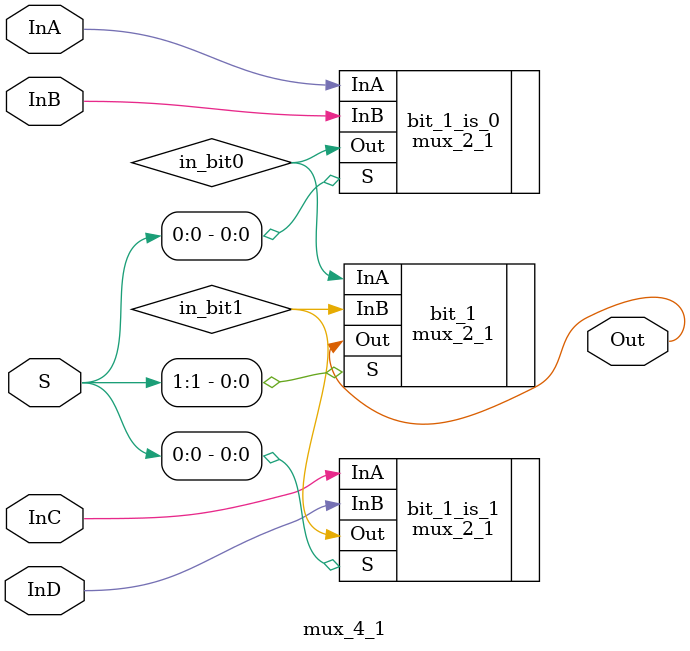
<source format=v>
/*
    CS/ECE 552 Spring '19
    Homework #3, Problem 1

    4-1 mux template
*/
module mux_4_1(InA, InB, InC, InD, S, Out);
    input        InA, InB, InC, InD;
    input [1:0]  S;
    output       Out;

    // YOUR CODE HERE
    wire in_bit0, in_bit1;
    mux_2_1 bit_1_is_0(.InA(InA), .InB(InB), .S(S[0]), .Out(in_bit0));
    mux_2_1 bit_1_is_1(.InA(InC), .InB(InD), .S(S[0]), .Out(in_bit1));
    mux_2_1 bit_1(.InA(in_bit0), .InB(in_bit1), .S(S[1]), .Out(Out));
endmodule

</source>
